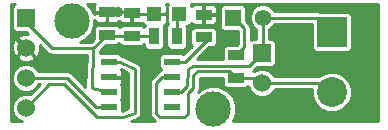
<source format=gtl>
G04 (created by PCBNEW (2013-mar-13)-testing) date Вск 16 Фев 2014 22:18:45*
%MOIN*%
G04 Gerber Fmt 3.4, Leading zero omitted, Abs format*
%FSLAX34Y34*%
G01*
G70*
G90*
G04 APERTURE LIST*
%ADD10C,0.005906*%
%ADD11R,0.055000X0.035000*%
%ADD12R,0.047200X0.047200*%
%ADD13R,0.035000X0.055000*%
%ADD14R,0.060000X0.060000*%
%ADD15C,0.060000*%
%ADD16R,0.055100X0.023600*%
%ADD17R,0.055000X0.055000*%
%ADD18C,0.055000*%
%ADD19C,0.118110*%
%ADD20R,0.100000X0.100000*%
%ADD21C,0.100000*%
%ADD22C,0.035000*%
%ADD23C,0.010000*%
%ADD24C,0.009843*%
G04 APERTURE END LIST*
G54D10*
G54D11*
X57275Y-70525D03*
X57275Y-71275D03*
X56450Y-71250D03*
X56450Y-70500D03*
G54D12*
X58863Y-70550D03*
X58037Y-70550D03*
G54D13*
X58775Y-71300D03*
X58025Y-71300D03*
G54D11*
X59675Y-71325D03*
X59675Y-70575D03*
G54D14*
X53750Y-70675D03*
G54D15*
X53750Y-71675D03*
X53750Y-72675D03*
X53750Y-73675D03*
G54D14*
X61625Y-71850D03*
G54D15*
X61625Y-72850D03*
G54D16*
X58625Y-72150D03*
X56525Y-72150D03*
X58625Y-72650D03*
X58625Y-73150D03*
X58625Y-73650D03*
X56525Y-72650D03*
X56525Y-73150D03*
X56525Y-73650D03*
G54D17*
X60650Y-70675D03*
G54D18*
X61650Y-70675D03*
G54D11*
X60750Y-71925D03*
X60750Y-72675D03*
G54D19*
X55275Y-70775D03*
X60000Y-73725D03*
G54D20*
X63950Y-71150D03*
G54D21*
X63950Y-73150D03*
G54D22*
X56825Y-70500D03*
X59700Y-72825D03*
X60550Y-71300D03*
X57050Y-72675D03*
G54D23*
X56525Y-73150D02*
X55950Y-73025D01*
X55950Y-73025D02*
X56000Y-71700D01*
X53750Y-70675D02*
X53750Y-70825D01*
X56000Y-71700D02*
X56450Y-71250D01*
X54625Y-71700D02*
X56000Y-71700D01*
X56000Y-71700D02*
X56000Y-71700D01*
X53750Y-70825D02*
X54625Y-71700D01*
X57275Y-71275D02*
X56475Y-71275D01*
X56475Y-71275D02*
X56450Y-71250D01*
X58025Y-71300D02*
X57300Y-71300D01*
X57300Y-71300D02*
X57275Y-71275D01*
X61625Y-72850D02*
X63650Y-72850D01*
X63650Y-72850D02*
X63950Y-73150D01*
X59325Y-72600D02*
X59330Y-72600D01*
X58100Y-72850D02*
X58100Y-73875D01*
X58100Y-73875D02*
X58225Y-74000D01*
X58225Y-74000D02*
X59025Y-74000D01*
X59025Y-74000D02*
X59150Y-73875D01*
X59150Y-73875D02*
X59150Y-73200D01*
X59150Y-73200D02*
X59325Y-73025D01*
X59325Y-73025D02*
X59325Y-72600D01*
X58300Y-72650D02*
X58100Y-72850D01*
X58625Y-72650D02*
X58300Y-72650D01*
X60530Y-72455D02*
X60750Y-72675D01*
X59475Y-72455D02*
X60530Y-72455D01*
X59330Y-72600D02*
X59475Y-72455D01*
X60750Y-72675D02*
X61450Y-72675D01*
X61450Y-72675D02*
X61625Y-72850D01*
X61650Y-70675D02*
X63475Y-70675D01*
X63475Y-70675D02*
X63950Y-71150D01*
X61625Y-71850D02*
X61200Y-72275D01*
X58925Y-73150D02*
X59125Y-72950D01*
X59125Y-72950D02*
X59150Y-72400D01*
X58925Y-73150D02*
X58625Y-73150D01*
X59329Y-72275D02*
X59150Y-72400D01*
X61200Y-72275D02*
X59329Y-72275D01*
X61650Y-70675D02*
X61650Y-71825D01*
X61650Y-71825D02*
X61625Y-71850D01*
X53750Y-72675D02*
X55125Y-72675D01*
X56100Y-73650D02*
X56525Y-73650D01*
X55125Y-72675D02*
X56100Y-73650D01*
X56525Y-72150D02*
X56900Y-72150D01*
X54525Y-72900D02*
X53750Y-73675D01*
X55025Y-72900D02*
X54525Y-72900D01*
X56125Y-74000D02*
X55025Y-72900D01*
X56975Y-74000D02*
X56125Y-74000D01*
X57375Y-73850D02*
X56975Y-74000D01*
X57375Y-72375D02*
X57375Y-73850D01*
X56900Y-72150D02*
X57375Y-72375D01*
X56450Y-70500D02*
X56825Y-70500D01*
X59675Y-70575D02*
X60050Y-70575D01*
X60350Y-71300D02*
X60550Y-71300D01*
X60175Y-71125D02*
X60350Y-71300D01*
X60175Y-70700D02*
X60175Y-71125D01*
X60050Y-70575D02*
X60175Y-70700D01*
X56525Y-72650D02*
X57050Y-72675D01*
X56525Y-72650D02*
X56325Y-72650D01*
X56475Y-70500D02*
X56450Y-70500D01*
X56450Y-70500D02*
X57225Y-70500D01*
X57225Y-70500D02*
X57275Y-70550D01*
X57275Y-70550D02*
X57275Y-70525D01*
X57275Y-70525D02*
X57275Y-70550D01*
X57275Y-70550D02*
X58037Y-70550D01*
X58775Y-71300D02*
X58775Y-70638D01*
X58775Y-70638D02*
X58863Y-70550D01*
X60650Y-70675D02*
X60675Y-70675D01*
X61025Y-71650D02*
X60750Y-71925D01*
X61025Y-71025D02*
X61025Y-71650D01*
X60675Y-70675D02*
X61025Y-71025D01*
X58625Y-72150D02*
X59050Y-72150D01*
X59875Y-71325D02*
X59875Y-71325D01*
X59050Y-72150D02*
X59875Y-71325D01*
X59675Y-71350D02*
X59650Y-71350D01*
G54D10*
G36*
X55774Y-71917D02*
X55734Y-72976D01*
X55278Y-72521D01*
X55208Y-72474D01*
X55125Y-72457D01*
X54165Y-72457D01*
X54146Y-72410D01*
X54050Y-72314D01*
X54050Y-71989D01*
X53750Y-71688D01*
X53736Y-71702D01*
X53736Y-71675D01*
X53435Y-71374D01*
X53358Y-71402D01*
X53284Y-71573D01*
X53281Y-71759D01*
X53348Y-71932D01*
X53358Y-71947D01*
X53435Y-71975D01*
X53736Y-71675D01*
X53736Y-71702D01*
X53449Y-71989D01*
X53477Y-72066D01*
X53648Y-72140D01*
X53834Y-72143D01*
X54007Y-72076D01*
X54022Y-72066D01*
X54050Y-71989D01*
X54050Y-72314D01*
X54015Y-72279D01*
X53843Y-72207D01*
X53657Y-72207D01*
X53485Y-72278D01*
X53354Y-72409D01*
X53282Y-72581D01*
X53282Y-72767D01*
X53353Y-72939D01*
X53484Y-73070D01*
X53656Y-73142D01*
X53842Y-73142D01*
X54014Y-73071D01*
X54145Y-72940D01*
X54165Y-72892D01*
X54225Y-72892D01*
X53890Y-73227D01*
X53843Y-73207D01*
X53657Y-73207D01*
X53485Y-73278D01*
X53354Y-73409D01*
X53282Y-73581D01*
X53282Y-73767D01*
X53353Y-73939D01*
X53484Y-74070D01*
X53622Y-74128D01*
X53246Y-74128D01*
X53246Y-70221D01*
X53382Y-70221D01*
X53355Y-70233D01*
X53308Y-70280D01*
X53282Y-70341D01*
X53282Y-70408D01*
X53282Y-71008D01*
X53308Y-71069D01*
X53355Y-71116D01*
X53416Y-71142D01*
X53483Y-71142D01*
X53759Y-71142D01*
X53826Y-71209D01*
X53665Y-71206D01*
X53492Y-71273D01*
X53477Y-71283D01*
X53449Y-71360D01*
X53750Y-71661D01*
X53755Y-71655D01*
X53769Y-71669D01*
X53763Y-71675D01*
X54064Y-71975D01*
X54141Y-71947D01*
X54215Y-71776D01*
X54218Y-71601D01*
X54471Y-71853D01*
X54541Y-71900D01*
X54541Y-71900D01*
X54625Y-71917D01*
X55774Y-71917D01*
X55774Y-71917D01*
G37*
G54D24*
X55774Y-71917D02*
X55734Y-72976D01*
X55278Y-72521D01*
X55208Y-72474D01*
X55125Y-72457D01*
X54165Y-72457D01*
X54146Y-72410D01*
X54050Y-72314D01*
X54050Y-71989D01*
X53750Y-71688D01*
X53736Y-71702D01*
X53736Y-71675D01*
X53435Y-71374D01*
X53358Y-71402D01*
X53284Y-71573D01*
X53281Y-71759D01*
X53348Y-71932D01*
X53358Y-71947D01*
X53435Y-71975D01*
X53736Y-71675D01*
X53736Y-71702D01*
X53449Y-71989D01*
X53477Y-72066D01*
X53648Y-72140D01*
X53834Y-72143D01*
X54007Y-72076D01*
X54022Y-72066D01*
X54050Y-71989D01*
X54050Y-72314D01*
X54015Y-72279D01*
X53843Y-72207D01*
X53657Y-72207D01*
X53485Y-72278D01*
X53354Y-72409D01*
X53282Y-72581D01*
X53282Y-72767D01*
X53353Y-72939D01*
X53484Y-73070D01*
X53656Y-73142D01*
X53842Y-73142D01*
X54014Y-73071D01*
X54145Y-72940D01*
X54165Y-72892D01*
X54225Y-72892D01*
X53890Y-73227D01*
X53843Y-73207D01*
X53657Y-73207D01*
X53485Y-73278D01*
X53354Y-73409D01*
X53282Y-73581D01*
X53282Y-73767D01*
X53353Y-73939D01*
X53484Y-74070D01*
X53622Y-74128D01*
X53246Y-74128D01*
X53246Y-70221D01*
X53382Y-70221D01*
X53355Y-70233D01*
X53308Y-70280D01*
X53282Y-70341D01*
X53282Y-70408D01*
X53282Y-71008D01*
X53308Y-71069D01*
X53355Y-71116D01*
X53416Y-71142D01*
X53483Y-71142D01*
X53759Y-71142D01*
X53826Y-71209D01*
X53665Y-71206D01*
X53492Y-71273D01*
X53477Y-71283D01*
X53449Y-71360D01*
X53750Y-71661D01*
X53755Y-71655D01*
X53769Y-71669D01*
X53763Y-71675D01*
X54064Y-71975D01*
X54141Y-71947D01*
X54215Y-71776D01*
X54218Y-71601D01*
X54471Y-71853D01*
X54541Y-71900D01*
X54541Y-71900D01*
X54625Y-71917D01*
X55774Y-71917D01*
G54D10*
G36*
X57157Y-73699D02*
X56967Y-73770D01*
X56967Y-73734D01*
X56967Y-73498D01*
X56942Y-73437D01*
X56905Y-73400D01*
X56942Y-73362D01*
X56967Y-73301D01*
X56967Y-73234D01*
X56967Y-72998D01*
X56942Y-72937D01*
X56905Y-72900D01*
X56942Y-72862D01*
X56967Y-72801D01*
X56967Y-72701D01*
X56925Y-72659D01*
X56534Y-72659D01*
X56534Y-72667D01*
X56515Y-72667D01*
X56515Y-72659D01*
X56507Y-72659D01*
X56507Y-72640D01*
X56515Y-72640D01*
X56515Y-72632D01*
X56534Y-72632D01*
X56534Y-72640D01*
X56925Y-72640D01*
X56967Y-72598D01*
X56967Y-72498D01*
X56942Y-72437D01*
X56905Y-72400D01*
X56909Y-72395D01*
X57157Y-72512D01*
X57157Y-73699D01*
X57157Y-73699D01*
G37*
G54D24*
X57157Y-73699D02*
X56967Y-73770D01*
X56967Y-73734D01*
X56967Y-73498D01*
X56942Y-73437D01*
X56905Y-73400D01*
X56942Y-73362D01*
X56967Y-73301D01*
X56967Y-73234D01*
X56967Y-72998D01*
X56942Y-72937D01*
X56905Y-72900D01*
X56942Y-72862D01*
X56967Y-72801D01*
X56967Y-72701D01*
X56925Y-72659D01*
X56534Y-72659D01*
X56534Y-72667D01*
X56515Y-72667D01*
X56515Y-72659D01*
X56507Y-72659D01*
X56507Y-72640D01*
X56515Y-72640D01*
X56515Y-72632D01*
X56534Y-72632D01*
X56534Y-72640D01*
X56925Y-72640D01*
X56967Y-72598D01*
X56967Y-72498D01*
X56942Y-72437D01*
X56905Y-72400D01*
X56909Y-72395D01*
X57157Y-72512D01*
X57157Y-73699D01*
G54D10*
G36*
X57709Y-70929D02*
X57708Y-70930D01*
X57682Y-70991D01*
X57682Y-70996D01*
X57644Y-70958D01*
X57583Y-70932D01*
X57516Y-70932D01*
X57265Y-70932D01*
X56966Y-70932D01*
X56905Y-70958D01*
X56871Y-70991D01*
X56866Y-70980D01*
X56819Y-70933D01*
X56758Y-70907D01*
X56691Y-70907D01*
X56141Y-70907D01*
X56080Y-70933D01*
X56033Y-70980D01*
X56007Y-71041D01*
X56007Y-71108D01*
X56007Y-71384D01*
X55909Y-71482D01*
X55546Y-71482D01*
X55703Y-71417D01*
X55917Y-71204D01*
X56032Y-70926D01*
X56032Y-70769D01*
X56033Y-70769D01*
X56080Y-70816D01*
X56141Y-70842D01*
X56208Y-70842D01*
X56398Y-70842D01*
X56440Y-70800D01*
X56440Y-70509D01*
X56049Y-70509D01*
X56007Y-70551D01*
X56007Y-70563D01*
X55917Y-70346D01*
X55793Y-70221D01*
X56041Y-70221D01*
X56033Y-70230D01*
X56007Y-70291D01*
X56007Y-70448D01*
X56049Y-70490D01*
X56440Y-70490D01*
X56440Y-70482D01*
X56459Y-70482D01*
X56459Y-70490D01*
X56467Y-70490D01*
X56467Y-70509D01*
X56459Y-70509D01*
X56459Y-70800D01*
X56501Y-70842D01*
X56691Y-70842D01*
X56758Y-70842D01*
X56819Y-70816D01*
X56853Y-70783D01*
X56858Y-70794D01*
X56905Y-70841D01*
X56966Y-70867D01*
X57033Y-70867D01*
X57223Y-70867D01*
X57265Y-70825D01*
X57265Y-70534D01*
X57257Y-70534D01*
X57257Y-70515D01*
X57265Y-70515D01*
X57265Y-70507D01*
X57284Y-70507D01*
X57284Y-70515D01*
X57292Y-70515D01*
X57292Y-70534D01*
X57284Y-70534D01*
X57284Y-70825D01*
X57326Y-70867D01*
X57516Y-70867D01*
X57583Y-70867D01*
X57643Y-70842D01*
X57659Y-70880D01*
X57706Y-70927D01*
X57709Y-70929D01*
X57709Y-70929D01*
G37*
G54D24*
X57709Y-70929D02*
X57708Y-70930D01*
X57682Y-70991D01*
X57682Y-70996D01*
X57644Y-70958D01*
X57583Y-70932D01*
X57516Y-70932D01*
X57265Y-70932D01*
X56966Y-70932D01*
X56905Y-70958D01*
X56871Y-70991D01*
X56866Y-70980D01*
X56819Y-70933D01*
X56758Y-70907D01*
X56691Y-70907D01*
X56141Y-70907D01*
X56080Y-70933D01*
X56033Y-70980D01*
X56007Y-71041D01*
X56007Y-71108D01*
X56007Y-71384D01*
X55909Y-71482D01*
X55546Y-71482D01*
X55703Y-71417D01*
X55917Y-71204D01*
X56032Y-70926D01*
X56032Y-70769D01*
X56033Y-70769D01*
X56080Y-70816D01*
X56141Y-70842D01*
X56208Y-70842D01*
X56398Y-70842D01*
X56440Y-70800D01*
X56440Y-70509D01*
X56049Y-70509D01*
X56007Y-70551D01*
X56007Y-70563D01*
X55917Y-70346D01*
X55793Y-70221D01*
X56041Y-70221D01*
X56033Y-70230D01*
X56007Y-70291D01*
X56007Y-70448D01*
X56049Y-70490D01*
X56440Y-70490D01*
X56440Y-70482D01*
X56459Y-70482D01*
X56459Y-70490D01*
X56467Y-70490D01*
X56467Y-70509D01*
X56459Y-70509D01*
X56459Y-70800D01*
X56501Y-70842D01*
X56691Y-70842D01*
X56758Y-70842D01*
X56819Y-70816D01*
X56853Y-70783D01*
X56858Y-70794D01*
X56905Y-70841D01*
X56966Y-70867D01*
X57033Y-70867D01*
X57223Y-70867D01*
X57265Y-70825D01*
X57265Y-70534D01*
X57257Y-70534D01*
X57257Y-70515D01*
X57265Y-70515D01*
X57265Y-70507D01*
X57284Y-70507D01*
X57284Y-70515D01*
X57292Y-70515D01*
X57292Y-70534D01*
X57284Y-70534D01*
X57284Y-70825D01*
X57326Y-70867D01*
X57516Y-70867D01*
X57583Y-70867D01*
X57643Y-70842D01*
X57659Y-70880D01*
X57706Y-70927D01*
X57709Y-70929D01*
G54D10*
G36*
X65478Y-74128D02*
X60653Y-74128D01*
X60757Y-73876D01*
X60758Y-73574D01*
X60642Y-73296D01*
X60429Y-73082D01*
X60151Y-72967D01*
X59849Y-72966D01*
X59571Y-73082D01*
X59486Y-73166D01*
X59525Y-73108D01*
X59525Y-73108D01*
X59542Y-73025D01*
X59542Y-72695D01*
X59565Y-72672D01*
X60307Y-72672D01*
X60307Y-72883D01*
X60333Y-72944D01*
X60380Y-72991D01*
X60441Y-73017D01*
X60508Y-73017D01*
X61058Y-73017D01*
X61119Y-72991D01*
X61160Y-72950D01*
X61228Y-73114D01*
X61359Y-73245D01*
X61531Y-73317D01*
X61717Y-73317D01*
X61889Y-73246D01*
X62020Y-73115D01*
X62040Y-73067D01*
X63282Y-73067D01*
X63282Y-73282D01*
X63383Y-73527D01*
X63571Y-73715D01*
X63816Y-73817D01*
X64082Y-73817D01*
X64327Y-73716D01*
X64515Y-73528D01*
X64617Y-73283D01*
X64617Y-73017D01*
X64516Y-72772D01*
X64328Y-72584D01*
X64083Y-72482D01*
X63817Y-72482D01*
X63572Y-72583D01*
X63523Y-72632D01*
X62040Y-72632D01*
X62021Y-72585D01*
X61890Y-72454D01*
X61718Y-72382D01*
X61532Y-72382D01*
X61360Y-72453D01*
X61356Y-72457D01*
X61310Y-72457D01*
X61353Y-72428D01*
X61465Y-72317D01*
X61958Y-72317D01*
X62019Y-72291D01*
X62066Y-72244D01*
X62092Y-72183D01*
X62092Y-72116D01*
X62092Y-71516D01*
X62066Y-71455D01*
X62019Y-71408D01*
X61958Y-71382D01*
X61891Y-71382D01*
X61867Y-71382D01*
X61867Y-71063D01*
X61900Y-71050D01*
X62024Y-70925D01*
X62038Y-70892D01*
X63282Y-70892D01*
X63282Y-71683D01*
X63308Y-71744D01*
X63355Y-71791D01*
X63416Y-71817D01*
X63483Y-71817D01*
X64483Y-71817D01*
X64544Y-71791D01*
X64591Y-71744D01*
X64617Y-71683D01*
X64617Y-71616D01*
X64617Y-70616D01*
X64591Y-70555D01*
X64544Y-70508D01*
X64483Y-70482D01*
X64416Y-70482D01*
X63570Y-70482D01*
X63558Y-70474D01*
X63475Y-70457D01*
X62038Y-70457D01*
X62025Y-70424D01*
X61900Y-70300D01*
X61738Y-70232D01*
X61562Y-70232D01*
X61399Y-70299D01*
X61275Y-70424D01*
X61207Y-70586D01*
X61207Y-70762D01*
X61274Y-70925D01*
X61399Y-71049D01*
X61432Y-71063D01*
X61432Y-71382D01*
X61291Y-71382D01*
X61242Y-71403D01*
X61242Y-71025D01*
X61225Y-70941D01*
X61225Y-70941D01*
X61178Y-70871D01*
X61092Y-70784D01*
X61092Y-70366D01*
X61066Y-70305D01*
X61019Y-70258D01*
X60958Y-70232D01*
X60891Y-70232D01*
X60341Y-70232D01*
X60280Y-70258D01*
X60233Y-70305D01*
X60207Y-70366D01*
X60207Y-70433D01*
X60207Y-70983D01*
X60233Y-71044D01*
X60280Y-71091D01*
X60341Y-71117D01*
X60408Y-71117D01*
X60807Y-71117D01*
X60807Y-71559D01*
X60784Y-71582D01*
X60441Y-71582D01*
X60380Y-71608D01*
X60333Y-71655D01*
X60307Y-71716D01*
X60307Y-71783D01*
X60307Y-72057D01*
X59449Y-72057D01*
X59840Y-71667D01*
X59983Y-71667D01*
X60044Y-71641D01*
X60091Y-71594D01*
X60117Y-71533D01*
X60117Y-71466D01*
X60117Y-71116D01*
X60117Y-70783D01*
X60117Y-70626D01*
X60117Y-70523D01*
X60117Y-70366D01*
X60091Y-70305D01*
X60044Y-70258D01*
X59983Y-70232D01*
X59916Y-70232D01*
X59726Y-70232D01*
X59684Y-70274D01*
X59684Y-70565D01*
X60075Y-70565D01*
X60117Y-70523D01*
X60117Y-70626D01*
X60075Y-70584D01*
X59684Y-70584D01*
X59684Y-70875D01*
X59726Y-70917D01*
X59916Y-70917D01*
X59983Y-70917D01*
X60044Y-70891D01*
X60091Y-70844D01*
X60117Y-70783D01*
X60117Y-71116D01*
X60091Y-71055D01*
X60044Y-71008D01*
X59983Y-70982D01*
X59916Y-70982D01*
X59366Y-70982D01*
X59305Y-71008D01*
X59258Y-71055D01*
X59232Y-71116D01*
X59232Y-71183D01*
X59232Y-71533D01*
X59258Y-71594D01*
X59278Y-71614D01*
X58998Y-71893D01*
X58995Y-71890D01*
X58933Y-71864D01*
X58867Y-71864D01*
X58316Y-71864D01*
X58254Y-71890D01*
X58207Y-71937D01*
X58182Y-71998D01*
X58182Y-72065D01*
X58182Y-72301D01*
X58207Y-72362D01*
X58244Y-72400D01*
X58207Y-72437D01*
X58197Y-72462D01*
X58197Y-72462D01*
X58146Y-72496D01*
X57946Y-72696D01*
X57899Y-72766D01*
X57882Y-72850D01*
X57882Y-73875D01*
X57899Y-73958D01*
X57946Y-74028D01*
X58045Y-74128D01*
X57252Y-74128D01*
X57451Y-74053D01*
X57454Y-74051D01*
X57458Y-74050D01*
X57490Y-74029D01*
X57523Y-74008D01*
X57525Y-74005D01*
X57528Y-74003D01*
X57550Y-73971D01*
X57572Y-73939D01*
X57573Y-73936D01*
X57575Y-73933D01*
X57583Y-73895D01*
X57592Y-73857D01*
X57591Y-73853D01*
X57592Y-73850D01*
X57592Y-72375D01*
X57585Y-72338D01*
X57579Y-72301D01*
X57576Y-72297D01*
X57575Y-72291D01*
X57555Y-72260D01*
X57536Y-72229D01*
X57531Y-72225D01*
X57528Y-72221D01*
X57497Y-72200D01*
X57468Y-72178D01*
X56993Y-71953D01*
X56987Y-71952D01*
X56983Y-71949D01*
X56946Y-71941D01*
X56944Y-71941D01*
X56942Y-71937D01*
X56895Y-71890D01*
X56833Y-71864D01*
X56767Y-71864D01*
X56216Y-71864D01*
X56211Y-71866D01*
X56213Y-71793D01*
X56415Y-71592D01*
X56758Y-71592D01*
X56819Y-71566D01*
X56853Y-71533D01*
X56858Y-71544D01*
X56905Y-71591D01*
X56966Y-71617D01*
X57033Y-71617D01*
X57583Y-71617D01*
X57644Y-71591D01*
X57682Y-71553D01*
X57682Y-71608D01*
X57708Y-71669D01*
X57755Y-71716D01*
X57816Y-71742D01*
X57883Y-71742D01*
X58233Y-71742D01*
X58294Y-71716D01*
X58341Y-71669D01*
X58367Y-71608D01*
X58367Y-71541D01*
X58367Y-70991D01*
X58344Y-70937D01*
X58367Y-70927D01*
X58414Y-70880D01*
X58440Y-70819D01*
X58440Y-70752D01*
X58440Y-70601D01*
X58398Y-70559D01*
X58046Y-70559D01*
X58046Y-70567D01*
X58027Y-70567D01*
X58027Y-70559D01*
X58019Y-70559D01*
X58019Y-70540D01*
X58027Y-70540D01*
X58027Y-70532D01*
X58046Y-70532D01*
X58046Y-70540D01*
X58398Y-70540D01*
X58440Y-70498D01*
X58440Y-70347D01*
X58440Y-70280D01*
X58415Y-70221D01*
X58484Y-70221D01*
X58459Y-70280D01*
X58459Y-70347D01*
X58459Y-70819D01*
X58485Y-70880D01*
X58496Y-70892D01*
X58458Y-70930D01*
X58432Y-70991D01*
X58432Y-71058D01*
X58432Y-71608D01*
X58458Y-71669D01*
X58505Y-71716D01*
X58566Y-71742D01*
X58633Y-71742D01*
X58983Y-71742D01*
X59044Y-71716D01*
X59091Y-71669D01*
X59117Y-71608D01*
X59117Y-71541D01*
X59117Y-70991D01*
X59101Y-70953D01*
X59132Y-70953D01*
X59193Y-70927D01*
X59240Y-70880D01*
X59256Y-70841D01*
X59258Y-70844D01*
X59305Y-70891D01*
X59366Y-70917D01*
X59433Y-70917D01*
X59623Y-70917D01*
X59665Y-70875D01*
X59665Y-70584D01*
X59657Y-70584D01*
X59657Y-70565D01*
X59665Y-70565D01*
X59665Y-70274D01*
X59623Y-70232D01*
X59433Y-70232D01*
X59366Y-70232D01*
X59305Y-70258D01*
X59266Y-70297D01*
X59266Y-70280D01*
X59241Y-70221D01*
X65478Y-70221D01*
X65478Y-74128D01*
X65478Y-74128D01*
G37*
G54D24*
X65478Y-74128D02*
X60653Y-74128D01*
X60757Y-73876D01*
X60758Y-73574D01*
X60642Y-73296D01*
X60429Y-73082D01*
X60151Y-72967D01*
X59849Y-72966D01*
X59571Y-73082D01*
X59486Y-73166D01*
X59525Y-73108D01*
X59525Y-73108D01*
X59542Y-73025D01*
X59542Y-72695D01*
X59565Y-72672D01*
X60307Y-72672D01*
X60307Y-72883D01*
X60333Y-72944D01*
X60380Y-72991D01*
X60441Y-73017D01*
X60508Y-73017D01*
X61058Y-73017D01*
X61119Y-72991D01*
X61160Y-72950D01*
X61228Y-73114D01*
X61359Y-73245D01*
X61531Y-73317D01*
X61717Y-73317D01*
X61889Y-73246D01*
X62020Y-73115D01*
X62040Y-73067D01*
X63282Y-73067D01*
X63282Y-73282D01*
X63383Y-73527D01*
X63571Y-73715D01*
X63816Y-73817D01*
X64082Y-73817D01*
X64327Y-73716D01*
X64515Y-73528D01*
X64617Y-73283D01*
X64617Y-73017D01*
X64516Y-72772D01*
X64328Y-72584D01*
X64083Y-72482D01*
X63817Y-72482D01*
X63572Y-72583D01*
X63523Y-72632D01*
X62040Y-72632D01*
X62021Y-72585D01*
X61890Y-72454D01*
X61718Y-72382D01*
X61532Y-72382D01*
X61360Y-72453D01*
X61356Y-72457D01*
X61310Y-72457D01*
X61353Y-72428D01*
X61465Y-72317D01*
X61958Y-72317D01*
X62019Y-72291D01*
X62066Y-72244D01*
X62092Y-72183D01*
X62092Y-72116D01*
X62092Y-71516D01*
X62066Y-71455D01*
X62019Y-71408D01*
X61958Y-71382D01*
X61891Y-71382D01*
X61867Y-71382D01*
X61867Y-71063D01*
X61900Y-71050D01*
X62024Y-70925D01*
X62038Y-70892D01*
X63282Y-70892D01*
X63282Y-71683D01*
X63308Y-71744D01*
X63355Y-71791D01*
X63416Y-71817D01*
X63483Y-71817D01*
X64483Y-71817D01*
X64544Y-71791D01*
X64591Y-71744D01*
X64617Y-71683D01*
X64617Y-71616D01*
X64617Y-70616D01*
X64591Y-70555D01*
X64544Y-70508D01*
X64483Y-70482D01*
X64416Y-70482D01*
X63570Y-70482D01*
X63558Y-70474D01*
X63475Y-70457D01*
X62038Y-70457D01*
X62025Y-70424D01*
X61900Y-70300D01*
X61738Y-70232D01*
X61562Y-70232D01*
X61399Y-70299D01*
X61275Y-70424D01*
X61207Y-70586D01*
X61207Y-70762D01*
X61274Y-70925D01*
X61399Y-71049D01*
X61432Y-71063D01*
X61432Y-71382D01*
X61291Y-71382D01*
X61242Y-71403D01*
X61242Y-71025D01*
X61225Y-70941D01*
X61225Y-70941D01*
X61178Y-70871D01*
X61092Y-70784D01*
X61092Y-70366D01*
X61066Y-70305D01*
X61019Y-70258D01*
X60958Y-70232D01*
X60891Y-70232D01*
X60341Y-70232D01*
X60280Y-70258D01*
X60233Y-70305D01*
X60207Y-70366D01*
X60207Y-70433D01*
X60207Y-70983D01*
X60233Y-71044D01*
X60280Y-71091D01*
X60341Y-71117D01*
X60408Y-71117D01*
X60807Y-71117D01*
X60807Y-71559D01*
X60784Y-71582D01*
X60441Y-71582D01*
X60380Y-71608D01*
X60333Y-71655D01*
X60307Y-71716D01*
X60307Y-71783D01*
X60307Y-72057D01*
X59449Y-72057D01*
X59840Y-71667D01*
X59983Y-71667D01*
X60044Y-71641D01*
X60091Y-71594D01*
X60117Y-71533D01*
X60117Y-71466D01*
X60117Y-71116D01*
X60117Y-70783D01*
X60117Y-70626D01*
X60117Y-70523D01*
X60117Y-70366D01*
X60091Y-70305D01*
X60044Y-70258D01*
X59983Y-70232D01*
X59916Y-70232D01*
X59726Y-70232D01*
X59684Y-70274D01*
X59684Y-70565D01*
X60075Y-70565D01*
X60117Y-70523D01*
X60117Y-70626D01*
X60075Y-70584D01*
X59684Y-70584D01*
X59684Y-70875D01*
X59726Y-70917D01*
X59916Y-70917D01*
X59983Y-70917D01*
X60044Y-70891D01*
X60091Y-70844D01*
X60117Y-70783D01*
X60117Y-71116D01*
X60091Y-71055D01*
X60044Y-71008D01*
X59983Y-70982D01*
X59916Y-70982D01*
X59366Y-70982D01*
X59305Y-71008D01*
X59258Y-71055D01*
X59232Y-71116D01*
X59232Y-71183D01*
X59232Y-71533D01*
X59258Y-71594D01*
X59278Y-71614D01*
X58998Y-71893D01*
X58995Y-71890D01*
X58933Y-71864D01*
X58867Y-71864D01*
X58316Y-71864D01*
X58254Y-71890D01*
X58207Y-71937D01*
X58182Y-71998D01*
X58182Y-72065D01*
X58182Y-72301D01*
X58207Y-72362D01*
X58244Y-72400D01*
X58207Y-72437D01*
X58197Y-72462D01*
X58197Y-72462D01*
X58146Y-72496D01*
X57946Y-72696D01*
X57899Y-72766D01*
X57882Y-72850D01*
X57882Y-73875D01*
X57899Y-73958D01*
X57946Y-74028D01*
X58045Y-74128D01*
X57252Y-74128D01*
X57451Y-74053D01*
X57454Y-74051D01*
X57458Y-74050D01*
X57490Y-74029D01*
X57523Y-74008D01*
X57525Y-74005D01*
X57528Y-74003D01*
X57550Y-73971D01*
X57572Y-73939D01*
X57573Y-73936D01*
X57575Y-73933D01*
X57583Y-73895D01*
X57592Y-73857D01*
X57591Y-73853D01*
X57592Y-73850D01*
X57592Y-72375D01*
X57585Y-72338D01*
X57579Y-72301D01*
X57576Y-72297D01*
X57575Y-72291D01*
X57555Y-72260D01*
X57536Y-72229D01*
X57531Y-72225D01*
X57528Y-72221D01*
X57497Y-72200D01*
X57468Y-72178D01*
X56993Y-71953D01*
X56987Y-71952D01*
X56983Y-71949D01*
X56946Y-71941D01*
X56944Y-71941D01*
X56942Y-71937D01*
X56895Y-71890D01*
X56833Y-71864D01*
X56767Y-71864D01*
X56216Y-71864D01*
X56211Y-71866D01*
X56213Y-71793D01*
X56415Y-71592D01*
X56758Y-71592D01*
X56819Y-71566D01*
X56853Y-71533D01*
X56858Y-71544D01*
X56905Y-71591D01*
X56966Y-71617D01*
X57033Y-71617D01*
X57583Y-71617D01*
X57644Y-71591D01*
X57682Y-71553D01*
X57682Y-71608D01*
X57708Y-71669D01*
X57755Y-71716D01*
X57816Y-71742D01*
X57883Y-71742D01*
X58233Y-71742D01*
X58294Y-71716D01*
X58341Y-71669D01*
X58367Y-71608D01*
X58367Y-71541D01*
X58367Y-70991D01*
X58344Y-70937D01*
X58367Y-70927D01*
X58414Y-70880D01*
X58440Y-70819D01*
X58440Y-70752D01*
X58440Y-70601D01*
X58398Y-70559D01*
X58046Y-70559D01*
X58046Y-70567D01*
X58027Y-70567D01*
X58027Y-70559D01*
X58019Y-70559D01*
X58019Y-70540D01*
X58027Y-70540D01*
X58027Y-70532D01*
X58046Y-70532D01*
X58046Y-70540D01*
X58398Y-70540D01*
X58440Y-70498D01*
X58440Y-70347D01*
X58440Y-70280D01*
X58415Y-70221D01*
X58484Y-70221D01*
X58459Y-70280D01*
X58459Y-70347D01*
X58459Y-70819D01*
X58485Y-70880D01*
X58496Y-70892D01*
X58458Y-70930D01*
X58432Y-70991D01*
X58432Y-71058D01*
X58432Y-71608D01*
X58458Y-71669D01*
X58505Y-71716D01*
X58566Y-71742D01*
X58633Y-71742D01*
X58983Y-71742D01*
X59044Y-71716D01*
X59091Y-71669D01*
X59117Y-71608D01*
X59117Y-71541D01*
X59117Y-70991D01*
X59101Y-70953D01*
X59132Y-70953D01*
X59193Y-70927D01*
X59240Y-70880D01*
X59256Y-70841D01*
X59258Y-70844D01*
X59305Y-70891D01*
X59366Y-70917D01*
X59433Y-70917D01*
X59623Y-70917D01*
X59665Y-70875D01*
X59665Y-70584D01*
X59657Y-70584D01*
X59657Y-70565D01*
X59665Y-70565D01*
X59665Y-70274D01*
X59623Y-70232D01*
X59433Y-70232D01*
X59366Y-70232D01*
X59305Y-70258D01*
X59266Y-70297D01*
X59266Y-70280D01*
X59241Y-70221D01*
X65478Y-70221D01*
X65478Y-74128D01*
M02*

</source>
